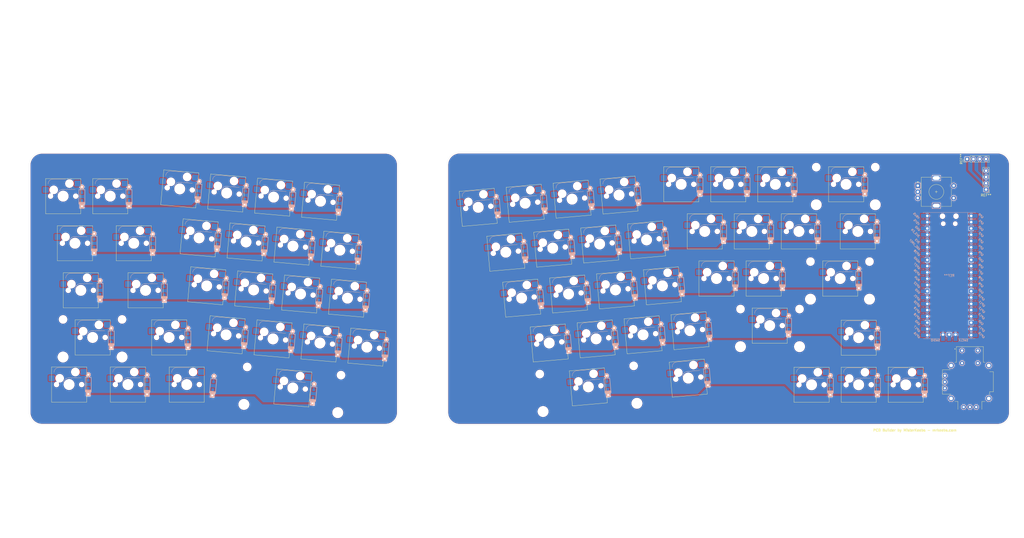
<source format=kicad_pcb>
(kicad_pcb (version 20221018) (generator pcbnew)
  (layers (0 "F.Cu" signal) (31 "B.Cu" signal) (34 "B.Paste" user) (35 "F.Paste" user) (36 "B.SilkS" user "B.Silkscreen") (37 "F.SilkS" user "F.Silkscreen") (38 "B.Mask" user) (39 "F.Mask" user) (44 "Edge.Cuts" user))
  (net 0 "")
  (footprint "keyboard_parts:nothing" (layer "F.Cu") (at 298.83865 171.211075 95)
    (fp_text reference "D_ALT1" hide)
    (fp_text value "D" hide)
  )
  (footprint "keyboard_parts:nothing" (layer "F.Cu") (at 288.181436 128.386292 95)
    (fp_text reference "D_L" hide)
    (fp_text value "D" hide)
  )
  (footprint "keyboard_parts:hotswap mx with diode" (layer "F.Cu") (at 129.637209 137.894358 -5)
    (fp_text reference "K_F" hide)
    (fp_text value "KEYSW" hide)
  )
  (footprint "keyboard_parts:hotswap mx with diode" (layer "F.Cu") (at 88.598131 115.181136 -5)
    (fp_text reference "K_W" hide)
    (fp_text value "KEYSW" hide)
  )
  (footprint "Rotary_Encoder:RotaryEncoder_Alps_EC11E-Switch_Vertical_H20mm" (layer "F.Cu") (at 379.250261 94.065141)
    (fp_text reference "REF**" hide)
    (fp_text value "RotaryEncoder_Alps_EC11E-Switch_Vertical_H20mm" hide)
  )
  (footprint "keyboard_parts:nothing" (layer "F.Cu") (at 172.49888 118.794238 80)
    (fp_text reference "D_T" hide)
    (fp_text value "D" hide)
  )
  (footprint "keyboard_parts:nothing" (layer "F.Cu") (at 91.253164 155.994516 85)
    (fp_text reference "D_Z" hide)
    (fp_text value "D" hide)
  )
  (footprint "keyboard_parts:nothing" (layer "F.Cu") (at 211.525815 102.453184 95)
    (fp_text reference "D_6" hide)
    (fp_text value "D" hide)
  )
  (footprint "keyboard_parts:hotswap mx with diode" (layer "F.Cu") (at 118.724712 98.694102 -5)
    (fp_text reference "K_4" hide)
    (fp_text value "KEYSW" hide)
  )
  (footprint "keyboard_parts:hotswap mx with diode" (layer "F.Cu") (at 312.145404 112.569205)
    (fp_text reference "K_CBRAC" hide)
    (fp_text value "KEYSW" hide)
  )
  (footprint "keyboard_parts:hotswap mx with diode" (layer "F.Cu") (at 107.575639 116.841452 -5)
    (fp_text reference "K_E" hide)
    (fp_text value "KEYSW" hide)
  )
  (footprint "keyboard_parts:hotswap mx with diode" (layer "F.Cu") (at 99.747203 97.033785 -5)
    (fp_text reference "K_3" hide)
    (fp_text value "KEYSW" hide)
  )
  (footprint "keyboard_parts:hotswap mx with diode" (layer "F.Cu") (at 33.606649 98.302489)
    (fp_text reference "K_`" hide)
    (fp_text value "KEYSW" hide)
  )
  (footprint "Switch_Keyboard_Hotswap_Kailh:SW_Hotswap_Kailh_MX_1.50u" (layer "F.Cu") (at 355.007904 112.569205)
    (fp_text reference "K_BSLSH" hide)
    (fp_text value "KEYSW" hide)
  )
  (footprint "keyboard_parts:hotswap mx with diode" (layer "F.Cu") (at 283.570404 93.519205)
    (fp_text reference "K_0" hide)
    (fp_text value "KEYSW" hide)
  )
  (footprint "keyboard_parts:hotswap mx with diode" (layer "F.Cu") (at 239.450405 99.50819 5)
    (fp_text reference "K_8" hide)
    (fp_text value "KEYSW" hide)
  )
  (footprint "keyboard_parts:nothing" (layer "F.Cu") (at 76.969149 136.902489 90)
    (fp_text reference "D_A" hide)
    (fp_text value "D" hide)
  )
  (footprint "keyboard_parts:hotswap mx with diode" (layer "F.Cu") (at 249.175732 156.025638 5)
    (fp_text reference "K_M" hide)
    (fp_text value "KEYSW" hide)
  )
  (footprint "keyboard_parts:nothing" (layer "F.Cu") (at 148.422265 103.62786 85)
    (fp_text reference "D_5" hide)
    (fp_text value "D" hide)
  )
  (footprint "keyboard_parts:nothing" (layer "F.Cu") (at 102.402235 137.847165 85)
    (fp_text reference "D_S" hide)
    (fp_text value "D" hide)
  )
  (footprint "keyboard_parts:nothing" (layer "F.Cu") (at 72.206649 117.852489 90)
    (fp_text reference "D_Q" hide)
    (fp_text value "D" hide)
  )
  (footprint "keyboard_parts:hotswap mx with diode" (layer "F.Cu") (at 66.944149 136.402489)
    (fp_text reference "K_A" hide)
    (fp_text value "KEYSW" hide)
  )
  (footprint "keyboard_parts:nothing" (layer "F.Cu") (at 67.444149 155.952489 90)
    (fp_text reference "D_SHIFT" hide)
    (fp_text value "D" hide)
  )
  (footprint "keyboard_parts:hotswap mx with diode" (layer "F.Cu") (at 355.349502 174.590842)
    (fp_text reference "K_DOWN" hide)
    (fp_text value "KEYSW" hide)
  )
  (footprint "Switch_Keyboard_Hotswap_Kailh:SW_Hotswap_Kailh_MX_2.25u" (layer "F.Cu") (at 45.512899 155.452489)
    (fp_text reference "K_SHIFT" hide)
    (fp_text value "KEYSW" hide)
  )
  (footprint "keyboard_parts:nothing" (layer "F.Cu") (at 362.052904 180.429205 90)
    (fp_text reference "D_LEFT" hide)
    (fp_text value "D" hide)
  )
  (footprint "keyboard_parts:hotswap mx with diode" (layer "F.Cu") (at 316.907904 131.619205)
    (fp_text reference "K_QUOTE" hide)
    (fp_text value "KEYSW" hide)
  )
  (footprint "keyboard_parts:hotswap mx with diode" (layer "F.Cu") (at 250.599476 117.655541 5)
    (fp_text reference "K_I" hide)
    (fp_text value "KEYSW" hide)
  )
  (footprint "Connector_PinHeader_2.54mm:PinHeader_1x04_P2.54mm_Vertical" (layer "F.Cu") (at 399.201853 83.31295 90)
    (fp_text reference "REF**")
    (fp_text value "PinHeader_1x04_P2.54mm_Vertical" hide)
  )
  (footprint "keyboard_parts:nothing" (layer "F.Cu") (at 231.94843 157.990085 90)
    (fp_text reference "D_B" hide)
    (fp_text value "D" hide)
  )
  (footprint "keyboard_parts:nothing" (layer "F.Cu") (at 307.882904 132.119205 90)
    (fp_text reference "D_SEMIC" hide)
    (fp_text value "D" hide)
  )
  (footprint "keyboard_parts:hotswap mx with diode" (layer "F.Cu") (at 62.181649 117.352489)
    (fp_text reference "K_Q" hide)
    (fp_text value "KEYSW" hide)
  )
  (footprint "keyboard_parts:nothing" (layer "F.Cu") (at 260.629905 117.279902 95)
    (fp_text reference "D_I" hide)
    (fp_text value "D" hide)
  )
  (footprint "keyboard_parts:hotswap mx with diode" (layer "F.Cu") (at 230.198223 157.685954 5)
    (fp_text reference "K_N" hide)
    (fp_text value "KEYSW" hide)
  )
  (footprint "keyboard_parts:hotswap mx with diode" (layer "F.Cu") (at 145.530658 120.162086 -5)
    (fp_text reference "K_T" hide)
    (fp_text value "KEYSW" hide)
  )
  (footprint "Switch_Keyboard_Hotswap_Kailh:SW_Hotswap_Kailh_MX_1.25u" (layer "F.Cu") (at 59.800399 174.502489)
    (fp_text reference "K_WIN" hide)
    (fp_text value "KEYSW" hide)
  )
  (footprint "keyboard_parts:hotswap mx with diode" (layer "F.Cu") (at 374.399502 174.590842)
    (fp_text reference "K_RIGHT" hide)
    (fp_text value "KEYSW" hide)
  )
  (footprint "keyboard_parts:nothing" (layer "F.Cu") (at 249.480834 99.132551 95)
    (fp_text reference "D_8" hide)
    (fp_text value "D" hide)
  )
  (footprint "keyboard_parts:hotswap mx with diode" (layer "F.Cu") (at 238.026661 137.878286 5)
    (fp_text reference "K_J" hide)
    (fp_text value "KEYSW" hide)
  )
  (footprint "keyboard_parts:nothing" (layer "F.Cu") (at 72.206649 175.002489 90)
    (fp_text reference "D_WIN" hide)
    (fp_text value "D" hide)
  )
  (footprint "keyboard_parts:nothing" (layer "F.Cu") (at 381.102904 161.379205 90)
    (fp_text reference "D_UP" hide)
    (fp_text value "D" hide)
  )
  (footprint "keyboard_parts:hotswap mx with diode" (layer "F.Cu") (at 91.682191 134.573724 -5)
    (fp_text reference "K_S" hide)
    (fp_text value "KEYSW" hide)
  )
  (footprint "keyboard_parts:nothing" (layer "F.Cu") (at 129.208181 159.315151 85)
    (fp_text reference "D_C" hide)
    (fp_text value "D" hide)
  )
  (footprint "keyboard_parts:hotswap mx with diode" (layer "F.Cu") (at 156.443155 159.362342 -5)
    (fp_text reference "K_B" hide)
    (fp_text value "KEYSW" hide)
  )
  (footprint "keyboard_parts:nothing" (layer "F.Cu") (at 293.595404 94.019205 90)
    (fp_text reference "D_0" hide)
    (fp_text value "D" hide)
  )
  (footprint "keyboard_parts:hotswap mx with diode" (layer "F.Cu") (at 269.576985 115.995224 5)
    (fp_text reference "K_O" hide)
    (fp_text value "KEYSW" hide)
  )
  (footprint "keyboard_parts:nothing" (layer "F.Cu") (at 331.695404 94.019205 90)
    (fp_text reference "D_EQUAL" hide)
    (fp_text value "D" hide)
  )
  (footprint "keyboard_parts:nothing" (layer "F.Cu") (at 381.102904 180.429205 90)
    (fp_text reference "D_DOWN" hide)
    (fp_text value "D" hide)
  )
  (footprint "Switch_Keyboard_Hotswap_Kailh:SW_Hotswap_Kailh_MX_2.25u" (layer "F.Cu") (at 347.864154 131.619205)
    (fp_text reference "K_ENTER" hide)
    (fp_text value "KEYSW" hide)
  )
  (footprint "keyboard_parts:hotswap mx with diode" (layer "F.Cu") (at 331.195404 112.569205)
    (fp_text reference "K_OBRAC" hide)
    (fp_text value "KEYSW" hide)
  )
  (footprint "keyboard_parts:nothing" (layer "F.Cu") (at 110.230673 157.654833 85)
    (fp_text reference "D_X" hide)
    (fp_text value "D" hide)
  )
  (footprint "keyboard_parts:hotswap mx with diode" (layer "F.Cu") (at 336.299502 174.590842)
    (fp_text reference "K_LEFT" hide)
    (fp_text value "KEYSW" hide)
  )
  (footprint "keyboard_parts:nothing" (layer "F.Cu") (at 110.467247 100.307227 85)
    (fp_text reference "D_3" hide)
    (fp_text value "D" hide)
  )
  (footprint "keyboard_parts:hotswap mx with diode" (layer "F.Cu") (at 148.614718 139.554674 -5)
    (fp_text reference "K_G" hide)
    (fp_text value "KEYSW" hide)
  )
  (footprint "keyboard_parts:nothing" (layer "F.Cu") (at 298.357904 151.169205 90)
    (fp_text reference "D_DOT" hide)
    (fp_text value "D" hide)
  )
  (footprint "keyboard_parts:nothing" (layer "F.Cu") (at 275.099611 173.382269 95)
    (fp_text reference "D_SPACE" hide)
    (fp_text value "D" hide)
  )
  (footprint "keyboard_parts:hotswap mx with diode" (layer "F.Cu") (at 76.469149 155.452489)
    (fp_text reference "K_Z" hide)
    (fp_text value "KEYSW" hide)
  )
  (footprint "keyboard_parts:hotswap mx with diode" (layer "F.Cu") (at 137.702221 100.354419 -5)
    (fp_text reference "K_5" hide)
    (fp_text value "KEYSW" hide)
  )
  (footprint "keyboard_parts:hotswap mx with diode" (layer "F.Cu") (at 219.049151 139.538604 5)
    (fp_text reference "K_H" hide)
    (fp_text value "KEYSW" hide)
  )
  (footprint "keyboard_parts:nothing" (layer "F.Cu") (at 267.0346 135.842331 95)
    (fp_text reference "D_K" hide)
    (fp_text value "D" hide)
  )
  (footprint "keyboard_parts:nothing" (layer "F.Cu") (at 148.18569 160.975467 85)
    (fp_text reference "D_V" hide)
    (fp_text value "D" hide)
  )
  (footprint "keyboard_parts:nothing" (layer "F.Cu") (at 248.057091 137.502648 95)
    (fp_text reference "D_J" hide)
    (fp_text value "D" hide)
  )
  (footprint "keyboard_parts:hotswap mx with diode" (layer "F.Cu") (at 268.153242 154.365321 5)
    (fp_text reference "K_COMMA" hide)
    (fp_text value "KEYSW" hide)
  )
  (footprint "keyboard_parts:hotswap mx with diode" (layer "F.Cu") (at 126.553148 118.501769 -5)
    (fp_text reference "K_R" hide)
    (fp_text value "KEYSW" hide)
  )
  (footprint "keyboard_parts:hotswap mx with diode" (layer "F.Cu") (at 302.620404 93.519205)
    (fp_text reference "K_MINUS" hide)
    (fp_text value "KEYSW" hide)
  )
  (footprint "keyboard_parts:nothing" (layer "F.Cu") (at 322.170404 113.069205 90)
    (fp_text reference "D_CBRAC" hide)
    (fp_text value "D" hide)
  )
  (footprint "Switch_Keyboard_Hotswap_Kailh:SW_Hotswap_Kailh_MX_1.50u" (layer "F.Cu") (at 38.369149 117.352489)
    (fp_text reference "K_TAB" hide)
    (fp_text value "KEYSW" hide)
  )
  (footprint "Mounting_Keyboard_Stabilizer:Stabilizer_Cherry_MX_2.00u" (layer "F.Cu") (at 347.769904 131.754205)
    (fp_text reference "REF**" hide)
    (fp_text value "Stabilizer_Cherry_MX_2.00u" hide)
  )
  (footprint "keyboard_parts:nothing" (layer "F.Cu") (at 369.795404 113.069205 90)
    (fp_text reference "D_BSLSH" hide)
    (fp_text value "D" hide)
  )
  (footprint "keyboard_parts:hotswap mx with diode" (layer "F.Cu") (at 52.656649 98.302489)
    (fp_text reference "K_1" hide)
    (fp_text value "KEYSW" hide)
  )
  (footprint "Connector_PinHeader_2.54mm:PinHeader_1x04_P2.54mm_Vertical" (layer "F.Cu") (at 406.864722 95.634019 180)
    (fp_text reference "REF**")
    (fp_text value "PinHeader_1x04_P2.54mm_Vertical" hide)
  )
  (footprint "keyboard_parts:hotswap mx with diode" (layer "F.Cu") (at 293.095404 112.569205)
    (fp_text reference "K_P" hide)
    (fp_text value "KEYSW" hide)
  )
  (footprint "Switch_Keyboard_Hotswap_Kailh:SW_Hotswap_Kailh_MX_2.00u" (layer "F.Cu") (at 350.245404 93.519205)
    (fp_text reference "K_BACKSPACE" hide)
    (fp_text value "KEYSW" hide)
  )
  (footprint "keyboard_parts:hotswap mx with diode" (layer "F.Cu") (at 257.004169 136.21797 5)
    (fp_text reference "K_K" hide)
    (fp_text value "KEYSW" hide)
  )
  (footprint "keyboard_parts:hotswap mx with diode" (layer "F.Cu") (at 201.495386 102.828824 5)
    (fp_text reference "K_6" hide)
    (fp_text value "KEYSW" hide)
  )
  (footprint "keyboard_parts:hotswap mx with diode" (layer "F.Cu") (at 275.981679 134.557653 5)
    (fp_text reference "K_L" hide)
    (fp_text value "KEYSW" hide)
  )
  (footprint "Switch_Keyboard_Hotswap_Kailh:SW_Hotswap_Kailh_MX_1.25u" (layer "F.Cu") (at 35.987899 174.502489)
    (fp_text reference "K_CTRL" hide)
    (fp_text value "KEYSW" hide)
  )
  (footprint "Mounting_Keyboard_Stabilizer:Stabilizer_Cherry_MX_2.00u" (layer "F.Cu") (at 350.117904 93.559205)
    (fp_text reference "REF**" hide)
    (fp_text value "Stabilizer_Cherry_MX_2.00u" hide)
  )
  (footprint "keyboard_parts:nothing" (layer "F.Cu") (at 278.183671 153.989682 95)
    (fp_text reference "D_COMMA" hide)
    (fp_text value "D" hide)
  )
  (footprint "keyboard_parts:nothing" (layer "F.Cu") (at 333.807904 151.044205 90)
    (fp_text reference "D_SHIFT1" hide)
    (fp_text value "D" hide)
  )
  (footprint "keyboard_parts:nothing" (layer "F.Cu") (at 118.295683 120.114895 85)
    (fp_text reference "D_E" hide)
    (fp_text value "D" hide)
  )
  (footprint "keyboard_parts:nothing" (layer "F.Cu") (at 241.652397 118.940218 95)
    (fp_text reference "D_U" hide)
    (fp_text value "D" hide)
  )
  (footprint "keyboard_parts:hotswap mx with diode" (layer "F.Cu") (at 355.349502 155.540842)
    (fp_text reference "K_UP" hide)
    (fp_text value "KEYSW" hide)
  )
  (footprint "keyboard_parts:nothing" (layer "F.Cu") (at 400.152904 180.429205 90)
    (fp_text reference "D_RIGHT" hide)
    (fp_text value "D" hide)
  )
  (footprint "keyboard_parts:nothing" (layer "F.Cu") (at 240.228652 157.310315 95)
    (fp_text reference "D_N" hide)
    (fp_text value "D" hide)
  )
  (footprint "keyboard_parts:hotswap mx with diode" (layer "F.Cu") (at 118.488138 156.041708 -5)
    (fp_text reference "K_C" hide)
    (fp_text value "KEYSW" hide)
  )
  (footprint "keyboard_parts:nothing" (layer "F.Cu") (at 57.919149 136.902489 90)
    (fp_text reference "D_CAPS" hide)
    (fp_text value "D" hide)
  )
  (footprint "Switch_Keyboard_Hotswap_Kailh:SW_Hotswap_Kailh_MX_2.25u" (layer "F.Cu") (at 319.365904 150.659205)
    (fp_text reference "K_SHIFT1" hide)
    (fp_text value "KEYSW" hide)
  )
  (footprint "keyboard_parts:hotswap mx with diode" (layer "F.Cu") (at 231.621967 119.315858 5)
    (fp_text reference "K_U" hide)
    (fp_text value "KEYSW" hide)
  )
  (footprint "keyboard_parts:nothing" (layer "F.Cu") (at 369.795404 94.019205 90)
    (fp_text reference "D_BACKSPACE" hide)
    (fp_text value "D" hide)
  )
  (footprint "keyboard_parts:nothing" (layer "F.Cu") (at 129.444756 101.967544 85)
    (fp_text reference "D_4" hide)
    (fp_text value "D" hide)
  )
  (footprint "keyboard_parts:nothing" (layer "F.Cu") (at 99.318174 118.454577 85)
    (fp_text reference "D_W" hide)
    (fp_text value "D" hide)
  )
  (footprint "keyboard_parts:nothing" (layer "F.Cu") (at 259.206161 155.649999 95)
    (fp_text reference "D_M" hide)
    (fp_text value "D" hide)
  )
  (footprint "keyboard_parts:hotswap mx with diode" (layer "F.Cu") (at 110.6597 136.234041 -5)
    (fp_text reference "K_D" hide)
    (fp_text value "KEYSW" hide)
  )
  (footprint "Switch_Keyboard_Hotswap_Kailh:SW_Hotswap_Kailh_MX_3.00u" (layer "F.Cu") (at 126.478333 175.893642 -5)
    (fp_text reference "REF**" hide)
    (fp_text value "SW_Hotswap_Kailh_MX_3.00u" hide)
  )
  (footprint "keyboard_parts:nothing" (layer "F.Cu") (at 62.681649 98.802489 90)
    (fp_text reference "D_1" hide)
    (fp_text value "D" hide)
  )
  (footprint "keyboard_parts:nothing" (layer "F.Cu") (at 43.631649 98.802489 90)
    (fp_text reference "D_`" hide)
    (fp_text value "D" hide)
  )
  (footprint "keyboard_parts:nothing" (layer "F.Cu") (at 48.394149 175.002489 90)
    (fp_text reference "D_CTRL" hide)
    (fp_text value "D" hide)
  )
  (footprint "keyboard_parts:hotswap mx with diode" (layer "F.Cu") (at 99.510629 154.381391 -5)
    (fp_text reference "K_X" hide)
    (fp_text value "KEYSW" hide)
  )
  (footprint "Switch_Keyboard_Hotswap_Kailh:SW_Hotswap_Kailh_MX_1.25u" (layer "F.Cu") (at 286.418879 171.890052 5)
    (fp_text reference "K_ALT1" hide)
    (fp_text value "KEYSW" hide)
  )
  (footprint "keyboard_parts:nothing" (layer "F.Cu") (at 268.458342 97.472233 95)
    (fp_text reference "D_9" hide)
    (fp_text value "D" hide)
  )
  (footprint "COM-09032:XDCR_COM-09032" (layer "F.Cu") (at 400.329239 173.454624)
    (fp_text reference "REF**" hide)
    (fp_text value "XDCR_COM-09032" hide)
  )
  (footprint "keyboard_parts:hotswap mx with diode" (layer "F.Cu") (at 287.130751 152.705004 5)
    (fp_text reference "K_DOT" hide)
    (fp_text value "KEYSW" hide)
  )
  (footprint "keyboard_parts:hotswap mx with diode" (layer "F.Cu") (at 80.769693 95.373469 -5)
    (fp_text reference "K_2" hide)
    (fp_text value "KEYSW" hide)
  )
  (footprint "keyboard_parts:hotswap mx with diode" (layer "F.Cu") (at 258.427914 97.847873 5)
    (fp_text reference "K_9" hide)
    (fp_text value "KEYSW" hide)
  )
  (footprint "keyboard_parts:hotswap mx with diode" (layer "F.Cu") (at 297.857904 131.619205)
    (fp_text reference "K_SEMIC" hide)
    (fp_text value "KEYSW" hide)
  )
  (footprint "keyboard_parts:nothing" (layer "F.Cu") (at 341.220404 113.069205 90)
    (fp_text reference "D_OBRAC" hide)
    (fp_text value "D" hide)
  )
  (footprint "Switch_Keyboard_Hotswap_Kailh:SW_Hotswap_Kailh_MX_1.25u" (layer "F.Cu") (at 83.583753 174.513281)
    (fp_text reference "K_ALT" hide)
    (fp_text value "KEYSW" hide)
  )
  (footprint "keyboard_parts:nothing" (layer "F.Cu") (at 137.273193 121.775212 85)
    (fp_text reference "D_R" hide)
    (fp_text value "D" hide)
  )
  (footprint "Mounting_Keyboard_Stabilizer:Stabilizer_Cherry_MX_3.00u" (layer "F.Cu") (at 126.393596 176.001668 -5)
    (fp_text reference "REF**" hide)
    (fp_text value "Stabilizer_Cherry_MX_3.00u" hide)
  )
  (footprint "keyboard_parts:hotswap mx with diode" (layer "F.Cu") (at 137.465646 157.702025 -5)
    (fp_text reference "K_V" hide)
    (fp_text value "KEYSW" hide)
  )
  (footprint "Switch_Keyboard_Hotswap_Kailh:SW_Hotswap_Kailh_MX_3.00u_Stab" (layer "F.Cu") (at 245.871799 175.719652 5)
    (fp_text reference "REF**")
    (fp_text value "SW_Hotswap_Kailh_MX_3.00u_Stab")
  )
  (footprint "keyboard_parts:nothing" (layer "F.Cu") (at 222.674888 120.600535 95)
    (fp_text reference "D_Y" hide)
    (fp_text value "D" hide)
  )
  (footprint "Mounting_Keyboard_Stabilizer:Stabilizer_Cherry_MX_2.00u" (layer "F.Cu") (at 45.486149 155.147489)
    (fp_text reference "REF**" hide)
    (fp_text value "Stabilizer_Cherry_MX_2.00u" hide)
  )
  (footprint "keyboard_parts:nothing" (layer "F.Cu") (at 91.489738 98.64691 85)
    (fp_text reference "D_2" hide)
    (fp_text value "D" hide)
  )
  (footprint "keyboard_parts:nothing" (layer "F.Cu") (at 279.607415 115.619585 95)
    (fp_text reference "D_O" hide)
    (fp_text value "D" hide)
  )
  (footprint "keyboard_parts:hotswap mx with diode" (layer "F.Cu") (at 220.472895 101.168507 5)
    (fp_text reference "K_7" hide)
    (fp_text value "KEYSW" hide)
  )
  (footprint "keyboard_parts:nothing" (layer "F.Cu") (at 229.079582 139.162964 95)
    (fp_text reference "D_H" hide)
    (fp_text value "D" hide)
  )
  (footprint "keyboard_parts:nothing" (layer "F.Cu") (at 99.081602 175.802183 85)
    (fp_text reference "D_ALT" hide)
    (fp_text value "D" hide)
  )
  (footprint "keyboard_parts:nothing" (layer "F.Cu") (at 303.120404 113.069205 90)
    (fp_text reference "D_P" hide)
    (fp_text value "D" hide)
  )
  (footprint "keyboard_parts:nothing" (layer "F.Cu") (at 121.379744 139.507482 85)
    (fp_text reference "D_D" hide)
    (fp_text value "D" hide)
  )
  (footprint "keyboard_parts:nothing" (layer "F.Cu") (at 326.932904 132.119205 90)
    (fp_text reference "D_QUOTE" hide)
    (fp_text value "D" hide)
  )
  (footprint "keyboard_parts:nothing" (layer "F.Cu") (at 210.102073 140.823282 95)
    (fp_text reference "D_G" hide)
    (fp_text value "D" hide)
  )
  (footprint "Switch_Keyboard_Hotswap_Kailh:SW_Hotswap_Kailh_MX_1.75u" (layer "F.Cu") (at 40.750399 136.402489)
    (fp_text reference "K_CAPS" hide)
    (fp_text value "KEYSW" hide)
  )
  (footprint "keyboard_parts:nothing" (layer "F.Cu") (at 369.795404 132.119205 90)
    (fp_text reference "D_ENTER" hide)
    (fp_text value "D" hide)
  )
  (footprint "keyboard_parts:hotswap mx with diode" (layer "F.Cu") (at 321.670404 93.519205)
    (fp_text reference "K_EQUAL" hide)
    (fp_text value "KEYSW" hide)
  )
  (footprint "keyboard_parts:nothing" (layer "F.Cu") (at 230.503324 100.792868 95)
    (fp_text reference "D_7" hide)
    (fp_text value "D" hide)
  )
  (footprint "keyboard_parts:hotswap mx with diode" (layer "F.Cu") (at 212.644458 120.976174 5)
    (fp_text reference "K_Y" hide)
    (fp_text value "KEYSW" hide)
  )
  (footprint "Mounting_Keyboard_Stabilizer:Stabilizer_Cherry_MX_2.00u" (layer "F.Cu") (at 319.479904 150.954205)
    (fp_text reference "REF**" hide)
    (fp_text value "Stabilizer_Cherry_MX_2.00u" hide)
  )
  (footprint "keyboard_parts:nothing" (layer "F.Cu") (at 312.645404 94.019205 90)
    (fp_text reference "D_MINUS" hide)
    (fp_text value "D" hide)
  )
  (footprint "keyboard_parts:nothing" (layer "F.Cu") (at 158.057433 176.940589 95)
    (fp_text reference "D_SLASH" hide)
    (fp_text value "D" hide)
  )
  (footprint "keyboard_parts:nothing" (layer "F.Cu") (at 140.357253 141.167799 85)
    (fp_text reference "D_F" hide)
    (fp_text value "D" hide)
  )
  (footprint "keyboard_parts:nothing" (layer "F.Cu") (at 53.156649 117.852489 90)
    (fp_text reference "D_TAB" hide)
    (fp_text value "D" hide)
  )
  (footprint "keyboard_parts:diode smd tht" (layer "B.Cu") (at 43.690631 174.437698 180)
    (fp_text reference "REF**" hide)
    (fp_text value "diode smd tht" hide)
  )
  (footprint "MCU_RaspberryPi_and_Boards:RPi_Pico_SMD_TH" (layer "B.Cu") (at 391.965551 130.411356 180)
    (fp_text reference "REF**")
    (fp_text value "RPi_Pico_SMD_TH")
  )
  (footprint "keyboard_parts:diode smd tht" (layer "B.Cu") (at 46.065925 117.395631 180)
    (fp_text reference "REF**" hide)
    (fp_text value "diode smd tht" hide)
  )
  (footprint "keyboard_parts:diode smd tht" (layer "B.Cu") (at 134.71457 178.229964 175)
    (fp_text reference "REF**" hide)
    (fp_text value "diode smd tht" hide)
  )
  (footprint "keyboard_parts:diode smd tht" (layer "B.Cu") (at 362.65572 112.535879 180)
    (fp_text reference "REF**" hide)
    (fp_text value "diode smd tht" hide)
  )
  (footprint "keyboard_parts:diode smd tht" (layer "B.Cu") (at 357.742337 93.523838 180)
    (fp_text reference "REF**" hide)
    (fp_text value "diode smd tht" hide)
  )
  (footprint "keyboard_parts:diode smd tht" (layer "B.Cu") (at 48.46038 136.390052 180)
    (fp_text reference "REF**" hide)
    (fp_text value "diode smd tht" hide)
  )
  (footprint "keyboard_parts:diode smd tht" (layer "B.Cu") (at 293.928601 170.897293 -175)
    (fp_text reference "REF**" hide)
    (fp_text value "diode smd tht" hide)
  )
  (footprint "keyboard_parts:diode smd tht" (layer "B.Cu") (at 52.998341 155.640569 180)
    (fp_text reference "REF**" hide)
    (fp_text value "diode smd tht" hide)
  )
  (footprint "keyboard_parts:diode smd tht" (layer "B.Cu") (at 253.648211 174.849547 -175)
    (fp_text reference "REF**" hide)
    (fp_text value "diode smd tht" hide)
  )
  (footprint "keyboard_parts:diode smd tht" (layer "B.Cu") (at 67.476604 174.564556 180)
    (fp_text reference "REF**" hide)
    (fp_text value "diode smd tht" hide)
  )
  (footprint "keyboard_parts:diode smd tht" (layer "B.Cu") (at 326.906285 150.57846 180)
    (fp_text reference "REF**" hide)
    (fp_text value "diode smd tht" hide)
  )
  (footprint "keyboard_parts:diode smd tht" (layer "B.Cu") (at 355.348141 131.614872 180)
    (fp_text reference "REF**" hide)
    (fp_text value "diode smd tht" hide)
  )
  (footprint "keyboard_parts:diode smd tht" (layer "B.Cu") (at 94.192787 175.009755 175)
    (fp_text reference "REF**" hide)
    (fp_text value "diode smd tht" hide)
  )
  (gr_arc (start 169.072516 185.749999) (mid 167.584618 189.342101) (end 163.992516 190.829999) (stroke (width 0.05)) (layer "Edge.Cuts"))
  (gr_line (start 19.924281 185.749999) (end 19.924281 85.758835) (stroke (width 0.05)) (layer "Edge.Cuts"))
  (gr_arc (start 416.587919 185.782948) (mid 415.100021 189.37505) (end 411.507919 190.862948) (stroke (width 0.05)) (layer "Edge.Cuts"))
  (gr_arc (start 188.87036 85.680632) (mid 190.358258 82.08853) (end 193.95036 80.600632) (stroke (width 0.05)) (layer "Edge.Cuts"))
  (gr_arc (start 19.924281 85.758835) (mid 21.41218 82.166736) (end 25.004281 80.678835) (stroke (width 0.05)) (layer "Edge.Cuts"))
  (gr_line (start 411.507919 190.862948) (end 193.95036 190.862948) (stroke (width 0.05)) (layer "Edge.Cuts"))
  (gr_arc (start 193.95036 190.862948) (mid 190.358266 189.375039) (end 188.87036 185.782948) (stroke (width 0.05)) (layer "Edge.Cuts"))
  (gr_arc (start 411.507919 80.600632) (mid 415.099998 82.088538) (end 416.587919 85.680632) (stroke (width 0.05)) (layer "Edge.Cuts"))
  (gr_line (start 188.87036 185.782948) (end 188.87036 85.680632) (stroke (width 0.05)) (layer "Edge.Cuts"))
  (gr_arc (start 25.004281 190.829999) (mid 21.412179 189.342101) (end 19.924281 185.749999) (stroke (width 0.05)) (layer "Edge.Cuts"))
  (gr_arc (start 163.992516 80.678835) (mid 167.584596 82.16674) (end 169.072516 85.758835) (stroke (width 0.05)) (layer "Edge.Cuts"))
  (gr_line (start 25.004281 80.678835) (end 163.992516 80.678835) (stroke (width 0.05)) (layer "Edge.Cuts"))
  (gr_line (start 416.587919 85.680632) (end 416.587919 185.782948) (stroke (width 0.05)) (layer "Edge.Cuts"))
  (gr_line (start 163.992516 190.829999) (end 25.004281 190.829999) (stroke (width 0.05)) (layer "Edge.Cuts"))
  (gr_line (start 169.072516 85.758835) (end 169.072516 185.749999) (stroke (width 0.05)) (layer "Edge.Cuts"))
  (gr_line (start 193.95036 80.600632) (end 411.507919 80.600632) (stroke (width 0.05)) (layer "Edge.Cuts"))
  (gr_text "PCB Builder by MisterKeebs - mrkeebs.com" (at 395.049666 192.976742) (layer "F.SilkS") (effects (font (size 1 1) (thickness 0.3)) (justify right)))
  (segment (start 300.675404 116.639205) (end 362.482394 116.639205) (width 0.2) (layer "B.Cu") (net 0))
  (segment (start 60.236649 102.372489) (end 85.682258 102.372489) (width 0.2) (layer "B.Cu") (net 0))
  (segment (start 266.333794 101.241745) (end 287.497864 101.241745) (width 0.2) (layer "B.Cu") (net 0))
  (segment (start 226.955031 142.932476) (end 244.272223 142.932476) (width 0.2) (layer "B.Cu") (net 0))
  (segment (start 108.367378 160.756861) (end 106.707061 159.096544) (width 0.2) (layer "B.Cu") (net 0))
  (segment (start 401.741853 87.97115) (end 406.864722 93.094019) (width 0.2) (layer "B.Cu") (net 0))
  (segment (start 228.378775 104.562379) (end 245.695968 104.562379) (width 0.2) (layer "B.Cu") (net 0))
  (segment (start 85.682258 102.372489) (end 87.966125 100.088622) (width 0.2) (layer "B.Cu") (net 0))
  (segment (start 46.125925 121.265631) (end 69.604791 121.265631) (width 0.2) (layer "B.Cu") (net 0))
  (segment (start 116.432388 123.216922) (end 114.772071 121.556605) (width 0.2) (layer "B.Cu") (net 0))
  (segment (start 97.454879 121.556605) (end 95.794563 119.896289) (width 0.2) (layer "B.Cu") (net 0))
  (segment (start 135.409897 124.877239) (end 133.74958 123.216922) (width 0.2) (layer "B.Cu") (net 0))
  (segment (start 100.53894 140.949194) (end 98.878623 139.288877) (width 0.2) (layer "B.Cu") (net 0))
  (segment (start 138.493957 144.269827) (end 136.833641 142.609511) (width 0.2) (layer "B.Cu") (net 0))
  (segment (start 255.421296 161.079826) (end 257.081612 159.41951) (width 0.2) (layer "B.Cu") (net 0))
  (segment (start 325.315869 156.098876) (end 326.966285 154.44846) (width 0.2) (layer "B.Cu") (net 0))
  (segment (start 119.516449 142.609511) (end 117.856132 140.949194) (width 0.2) (layer "B.Cu") (net 0))
  (segment (start 136.833641 142.609511) (end 119.516449 142.609511) (width 0.2) (layer "B.Cu") (net 0))
  (segment (start 406.864722 90.554019) (end 404.281853 87.97115) (width 0.2) (layer "B.Cu") (net 0))
  (segment (start 127.581461 105.069572) (end 125.921144 103.409255) (width 0.2) (layer "B.Cu") (net 0))
  (segment (start 245.695968 104.562379) (end 247.356285 102.902062) (width 0.2) (layer "B.Cu") (net 0))
  (segment (start 48.52038 140.260052) (end 74.311712 140.260052) (width 0.2) (layer "B.Cu") (net 0))
  (segment (start 349.103233 159.610842) (end 343.940851 154.44846) (width 0.2) (layer "B.Cu") (net 0))
  (segment (start 406.864722 83.355819) (end 406.821853 83.31295) (width 0.2) (layer "B.Cu") (net 0))
  (segment (start 245.932541 141.272158) (end 263.249733 141.272158) (width 0.2) (layer "B.Cu") (net 0))
  (segment (start 111.060266 178.870258) (end 93.915266 178.870258) (width 0.2) (layer "B.Cu") (net 0))
  (segment (start 155.81115 144.269827) (end 138.493957 144.269827) (width 0.2) (layer "B.Cu") (net 0))
  (segment (start 357.60697 97.589205) (end 357.802337 97.393838) (width 0.2) (layer "B.Cu") (net 0))
  (segment (start 343.879502 178.660842) (end 381.979502 178.660842) (width 0.2) (layer "B.Cu") (net 0))
  (segment (start 144.662078 162.417178) (end 127.344887 162.417178) (width 0.2) (layer "B.Cu") (net 0))
  (segment (start 89.626441 101.748938) (end 87.966125 100.088622) (width 0.2) (layer "B.Cu") (net 0))
  (segment (start 276.059122 157.759193) (end 293.376314 157.759193) (width 0.2) (layer "B.Cu") (net 0))
  (segment (start 69.761649 121.422489) (end 94.268363 121.422489) (width 0.2) (layer "B.Cu") (net 0))
  (segment (start 69.604791 121.265631) (end 69.761649 121.422489) (width 0.2) (layer "B.Cu") (net 0))
  (segment (start 93.352706 178.307698) (end 93.915266 178.870258) (width 0.2) (layer "B.Cu") (net 0))
  (segment (start 305.437904 135.689205) (end 355.203808 135.689205) (width 0.2) (layer "B.Cu") (net 0))
  (segment (start 114.772071 121.556605) (end 97.454879 121.556605) (width 0.2) (layer "B.Cu") (net 0))
  (segment (start 238.104103 161.079826) (end 255.421296 161.079826) (width 0.2) (layer "B.Cu") (net 0))
  (segment (start 274.398805 159.41951) (end 276.059122 157.759193) (width 0.2) (layer "B.Cu") (net 0))
  (segment (start 282.227242 139.611842) (end 283.887559 137.951525) (width 0.2) (layer "B.Cu") (net 0))
  (segment (start 401.741853 83.31295) (end 401.741853 87.97115) (width 0.2) (layer "B.Cu") (net 0))
  (segment (start 256.845039 122.70973) (end 258.505356 121.049413) (width 0.2) (layer "B.Cu") (net 0))
  (segment (start 295.036631 156.098876) (end 325.315869 156.098876) (width 0.2) (layer "B.Cu") (net 0))
  (segment (start 399.201853 87.97115) (end 406.864722 95.634019) (width 0.2) (layer "B.Cu") (net 0))
  (segment (start 406.864722 88.014019) (end 406.864722 83.355819) (width 0.2) (layer "B.Cu") (net 0))
  (segment (start 404.285913 87.97521) (end 406.864722 90.554019) (width 0.2) (layer "B.Cu") (net 0))
  (segment (start 362.482394 116.639205) (end 362.71572 116.405879) (width 0.2) (layer "B.Cu") (net 0))
  (segment (start 125.68457 160.756861) (end 108.367378 160.756861) (width 0.2) (layer "B.Cu") (net 0))
  (segment (start 264.673477 102.902062) (end 266.333794 101.241745) (width 0.2) (layer "B.Cu") (net 0))
  (segment (start 303.175584 137.951525) (end 305.437904 135.689205) (width 0.2) (layer "B.Cu") (net 0))
  (segment (start 293.376314 157.759193) (end 295.036631 156.098876) (width 0.2) (layer "B.Cu") (net 0))
  (segment (start 247.356285 102.902062) (end 264.673477 102.902062) (width 0.2) (layer "B.Cu") (net 0))
  (segment (start 84.037229 159.510569) (end 84.049149 159.522489) (width 0.2) (layer "B.Cu") (net 0))
  (segment (start 263.249733 141.272158) (end 264.910049 139.611842) (width 0.2) (layer "B.Cu") (net 0))
  (segment (start 226.718458 106.222696) (end 228.378775 104.562379) (width 0.2) (layer "B.Cu") (net 0))
  (segment (start 355.203808 135.689205) (end 355.408141 135.484872) (width 0.2) (layer "B.Cu") (net 0))
  (segment (start 144.898653 105.069572) (end 127.581461 105.069572) (width 0.2) (layer "B.Cu") (net 0))
  (segment (start 163.639587 164.077495) (end 146.322395 164.077495) (width 0.2) (layer "B.Cu") (net 0))
  (segment (start 117.856132 140.949194) (end 100.53894 140.949194) (width 0.2) (layer "B.Cu") (net 0))
  (segment (start 244.272223 142.932476) (end 245.932541 141.272158) (width 0.2) (layer "B.Cu") (net 0))
  (segment (start 257.081612 159.41951) (end 274.398805 159.41951) (width 0.2) (layer "B.Cu") (net 0))
  (segment (start 134.437049 182.090467) (end 114.280475 182.090467) (width 0.2) (layer "B.Cu") (net 0))
  (segment (start 106.281116 159.522489) (end 106.707061 159.096544) (width 0.2) (layer "B.Cu") (net 0))
  (segment (start 287.497864 101.241745) (end 291.150404 97.589205) (width 0.2) (layer "B.Cu") (net 0))
  (segment (start 127.344887 162.417178) (end 125.68457 160.756861) (width 0.2) (layer "B.Cu") (net 0))
  (segment (start 237.867531 124.370046) (end 239.527847 122.70973) (width 0.2) (layer "B.Cu") (net 0))
  (segment (start 343.879502 178.660842) (end 329.251646 178.660842) (width 0.2) (layer "B.Cu") (net 0))
  (segment (start 264.910049 139.611842) (end 282.227242 139.611842) (width 0.2) (layer "B.Cu") (net 0))
  (segment (start 290.373411 178.699591) (end 294.325665 174.747337) (width 0.2) (layer "B.Cu") (net 0))
  (segment (start 43.750631 178.307698) (end 93.352706 178.307698) (width 0.2) (layer "B.Cu") (net 0))
  (segment (start 291.150404 97.589205) (end 357.60697 97.589205) (width 0.2) (layer "B.Cu") (net 0))
  (segment (start 239.527847 122.70973) (end 256.845039 122.70973) (width 0.2) (layer "B.Cu") (net 0))
  (segment (start 108.603952 103.409255) (end 106.943635 101.748938) (width 0.2) (layer "B.Cu") (net 0))
  (segment (start 74.524149 140.472489) (end 97.695011 140.472489) (width 0.2) (layer "B.Cu") (net 0))
  (segment (start 254.045275 178.699591) (end 290.373411 178.699591) (width 0.2) (layer "B.Cu") (net 0))
  (segment (start 325.338141 174.747337) (end 294.325665 174.747337) (width 0.2) (layer "B.Cu") (net 0))
  (segment (start 275.822548 121.049413) (end 277.482865 119.389096) (width 0.2) (layer "B.Cu") (net 0))
  (segment (start 258.505356 121.049413) (end 275.822548 121.049413) (width 0.2) (layer "B.Cu") (net 0))
  (segment (start 133.74958 123.216922) (end 116.432388 123.216922) (width 0.2) (layer "B.Cu") (net 0))
  (segment (start 84.049149 159.522489) (end 106.281116 159.522489) (width 0.2) (layer "B.Cu") (net 0))
  (segment (start 106.943635 101.748938) (end 89.626441 101.748938) (width 0.2) (layer "B.Cu") (net 0))
  (segment (start 209.401266 106.222696) (end 226.718458 106.222696) (width 0.2) (layer "B.Cu") (net 0))
  (segment (start 41.186649 102.372489) (end 60.236649 102.372489) (width 0.2) (layer "B.Cu") (net 0))
  (segment (start 74.311712 140.260052) (end 74.524149 140.472489) (width 0.2) (layer "B.Cu") (net 0))
  (segment (start 277.482865 119.389096) (end 297.925513 119.389096) (width 0.2) (layer "B.Cu") (net 0))
  (segment (start 343.940851 154.44846) (end 326.966285 154.44846) (width 0.2) (layer "B.Cu") (net 0))
  (segment (start 399.201853 83.31295) (end 399.201853 87.97115) (width 0.2) (layer "B.Cu") (net 0))
  (segment (start 152.72709 124.877239) (end 135.409897 124.877239) (width 0.2) (layer "B.Cu") (net 0))
  (segment (start 297.925513 119.389096) (end 300.675404 116.639205) (width 0.2) (layer "B.Cu") (net 0))
  (segment (start 283.887559 137.951525) (end 303.175584 137.951525) (width 0.2) (layer "B.Cu") (net 0))
  (segment (start 404.197784 83.31295) (end 404.197784 87.97521) (width 0.2) (layer "B.Cu") (net 0))
  (segment (start 114.280475 182.090467) (end 111.060266 178.870258) (width 0.2) (layer "B.Cu") (net 0))
  (segment (start 329.251646 178.660842) (end 325.338141 174.747337) (width 0.2) (layer "B.Cu") (net 0))
  (segment (start 94.268363 121.422489) (end 95.794563 119.896289) (width 0.2) (layer "B.Cu") (net 0))
  (segment (start 97.695011 140.472489) (end 98.878623 139.288877) (width 0.2) (layer "B.Cu") (net 0))
  (segment (start 404.197784 87.97521) (end 404.285913 87.97521) (width 0.2) (layer "B.Cu") (net 0))
  (segment (start 53.058341 159.510569) (end 84.037229 159.510569) (width 0.2) (layer "B.Cu") (net 0))
  (segment (start 362.929502 159.610842) (end 349.103233 159.610842) (width 0.2) (layer "B.Cu") (net 0))
  (segment (start 125.921144 103.409255) (end 108.603952 103.409255) (width 0.2) (layer "B.Cu") (net 0))
  (segment (start 146.322395 164.077495) (end 144.662078 162.417178) (width 0.2) (layer "B.Cu") (net 0))
  (segment (start 404.281853 87.97115) (end 404.281853 83.31295) (width 0.2) (layer "B.Cu") (net 0))
  (segment (start 220.550338 124.370046) (end 237.867531 124.370046) (width 0.2) (layer "B.Cu") (net 0))
  (zone (net 0) (net_name "") (layer "F.Cu") (connect_pads yes (clearance 0.25)) (min_thickness 0.254) (fill yes (thermal_gap 0.508) (thermal_bridge_width 0.508))
    (polygon (pts (xy 8.049516 18.974961) (xy 10.370264 234.797215) (xy 421.088077 232.785987) (xy 419.407329 24.033733)))
  )
  (zone (net 0) (net_name "") (layer "B.Cu") (connect_pads yes (clearance 0.25)) (min_thickness 0.254) (fill yes (thermal_gap 0.508) (thermal_bridge_width 0.508))
    (polygon (pts (xy 8.074127 19.772915) (xy 11.10754 234.761146) (xy 420.580989 236.584636) (xy 422.200076 24.806405)))
  )
)
</source>
